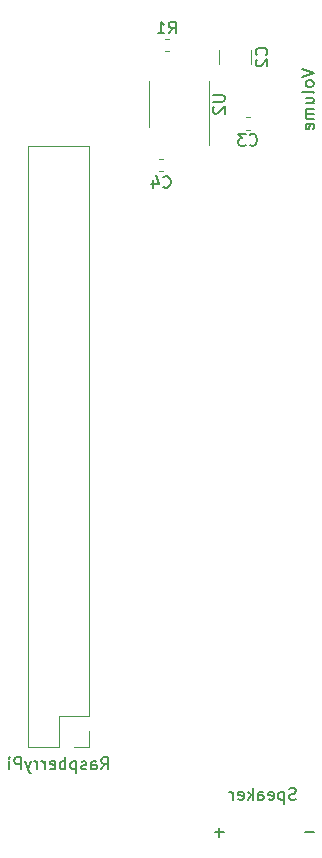
<source format=gbo>
G04 #@! TF.GenerationSoftware,KiCad,Pcbnew,(5.1.5-0-10_14)*
G04 #@! TF.CreationDate,2019-12-11T23:03:34+09:00*
G04 #@! TF.ProjectId,RPiWD_Main,52506957-445f-44d6-9169-6e2e6b696361,rev?*
G04 #@! TF.SameCoordinates,Original*
G04 #@! TF.FileFunction,Legend,Bot*
G04 #@! TF.FilePolarity,Positive*
%FSLAX46Y46*%
G04 Gerber Fmt 4.6, Leading zero omitted, Abs format (unit mm)*
G04 Created by KiCad (PCBNEW (5.1.5-0-10_14)) date 2019-12-11 23:03:34*
%MOMM*%
%LPD*%
G04 APERTURE LIST*
%ADD10C,0.120000*%
%ADD11C,0.150000*%
G04 APERTURE END LIST*
D10*
X164326400Y-65169364D02*
X164326400Y-63965236D01*
X161606400Y-65169364D02*
X161606400Y-63965236D01*
X163861933Y-70705000D02*
X164204467Y-70705000D01*
X163861933Y-69685000D02*
X164204467Y-69685000D01*
X156903267Y-74184800D02*
X156560733Y-74184800D01*
X156903267Y-73164800D02*
X156560733Y-73164800D01*
X145430000Y-122980200D02*
X148030000Y-122980200D01*
X145430000Y-122980200D02*
X145430000Y-72060200D01*
X145430000Y-72060200D02*
X150630000Y-72060200D01*
X150630000Y-120380200D02*
X150630000Y-72060200D01*
X148030000Y-120380200D02*
X150630000Y-120380200D01*
X148030000Y-122980200D02*
X148030000Y-120380200D01*
X150630000Y-122980200D02*
X150630000Y-121650200D01*
X149300000Y-122980200D02*
X150630000Y-122980200D01*
X157371867Y-63030200D02*
X157029333Y-63030200D01*
X157371867Y-64050200D02*
X157029333Y-64050200D01*
X155682000Y-68544000D02*
X155682000Y-66594000D01*
X155682000Y-68544000D02*
X155682000Y-70494000D01*
X160802000Y-68544000D02*
X160802000Y-66594000D01*
X160802000Y-68544000D02*
X160802000Y-71994000D01*
D11*
X168115904Y-127404761D02*
X167973047Y-127452380D01*
X167734952Y-127452380D01*
X167639714Y-127404761D01*
X167592095Y-127357142D01*
X167544476Y-127261904D01*
X167544476Y-127166666D01*
X167592095Y-127071428D01*
X167639714Y-127023809D01*
X167734952Y-126976190D01*
X167925428Y-126928571D01*
X168020666Y-126880952D01*
X168068285Y-126833333D01*
X168115904Y-126738095D01*
X168115904Y-126642857D01*
X168068285Y-126547619D01*
X168020666Y-126500000D01*
X167925428Y-126452380D01*
X167687333Y-126452380D01*
X167544476Y-126500000D01*
X167115904Y-126785714D02*
X167115904Y-127785714D01*
X167115904Y-126833333D02*
X167020666Y-126785714D01*
X166830190Y-126785714D01*
X166734952Y-126833333D01*
X166687333Y-126880952D01*
X166639714Y-126976190D01*
X166639714Y-127261904D01*
X166687333Y-127357142D01*
X166734952Y-127404761D01*
X166830190Y-127452380D01*
X167020666Y-127452380D01*
X167115904Y-127404761D01*
X165830190Y-127404761D02*
X165925428Y-127452380D01*
X166115904Y-127452380D01*
X166211142Y-127404761D01*
X166258761Y-127309523D01*
X166258761Y-126928571D01*
X166211142Y-126833333D01*
X166115904Y-126785714D01*
X165925428Y-126785714D01*
X165830190Y-126833333D01*
X165782571Y-126928571D01*
X165782571Y-127023809D01*
X166258761Y-127119047D01*
X164925428Y-127452380D02*
X164925428Y-126928571D01*
X164973047Y-126833333D01*
X165068285Y-126785714D01*
X165258761Y-126785714D01*
X165354000Y-126833333D01*
X164925428Y-127404761D02*
X165020666Y-127452380D01*
X165258761Y-127452380D01*
X165354000Y-127404761D01*
X165401619Y-127309523D01*
X165401619Y-127214285D01*
X165354000Y-127119047D01*
X165258761Y-127071428D01*
X165020666Y-127071428D01*
X164925428Y-127023809D01*
X164449238Y-127452380D02*
X164449238Y-126452380D01*
X164354000Y-127071428D02*
X164068285Y-127452380D01*
X164068285Y-126785714D02*
X164449238Y-127166666D01*
X163258761Y-127404761D02*
X163354000Y-127452380D01*
X163544476Y-127452380D01*
X163639714Y-127404761D01*
X163687333Y-127309523D01*
X163687333Y-126928571D01*
X163639714Y-126833333D01*
X163544476Y-126785714D01*
X163354000Y-126785714D01*
X163258761Y-126833333D01*
X163211142Y-126928571D01*
X163211142Y-127023809D01*
X163687333Y-127119047D01*
X162782571Y-127452380D02*
X162782571Y-126785714D01*
X162782571Y-126976190D02*
X162734952Y-126880952D01*
X162687333Y-126833333D01*
X162592095Y-126785714D01*
X162496857Y-126785714D01*
X169646552Y-130197728D02*
X168884647Y-130197728D01*
X162026552Y-130197728D02*
X161264647Y-130197728D01*
X161645600Y-130578680D02*
X161645600Y-129816776D01*
X165603542Y-64400633D02*
X165651161Y-64353014D01*
X165698780Y-64210157D01*
X165698780Y-64114919D01*
X165651161Y-63972061D01*
X165555923Y-63876823D01*
X165460685Y-63829204D01*
X165270209Y-63781585D01*
X165127352Y-63781585D01*
X164936876Y-63829204D01*
X164841638Y-63876823D01*
X164746400Y-63972061D01*
X164698780Y-64114919D01*
X164698780Y-64210157D01*
X164746400Y-64353014D01*
X164794019Y-64400633D01*
X164794019Y-64781585D02*
X164746400Y-64829204D01*
X164698780Y-64924442D01*
X164698780Y-65162538D01*
X164746400Y-65257776D01*
X164794019Y-65305395D01*
X164889257Y-65353014D01*
X164984495Y-65353014D01*
X165127352Y-65305395D01*
X165698780Y-64733966D01*
X165698780Y-65353014D01*
X164199866Y-71982142D02*
X164247485Y-72029761D01*
X164390342Y-72077380D01*
X164485580Y-72077380D01*
X164628438Y-72029761D01*
X164723676Y-71934523D01*
X164771295Y-71839285D01*
X164818914Y-71648809D01*
X164818914Y-71505952D01*
X164771295Y-71315476D01*
X164723676Y-71220238D01*
X164628438Y-71125000D01*
X164485580Y-71077380D01*
X164390342Y-71077380D01*
X164247485Y-71125000D01*
X164199866Y-71172619D01*
X163866533Y-71077380D02*
X163247485Y-71077380D01*
X163580819Y-71458333D01*
X163437961Y-71458333D01*
X163342723Y-71505952D01*
X163295104Y-71553571D01*
X163247485Y-71648809D01*
X163247485Y-71886904D01*
X163295104Y-71982142D01*
X163342723Y-72029761D01*
X163437961Y-72077380D01*
X163723676Y-72077380D01*
X163818914Y-72029761D01*
X163866533Y-71982142D01*
X156884666Y-75541142D02*
X156932285Y-75588761D01*
X157075142Y-75636380D01*
X157170380Y-75636380D01*
X157313238Y-75588761D01*
X157408476Y-75493523D01*
X157456095Y-75398285D01*
X157503714Y-75207809D01*
X157503714Y-75064952D01*
X157456095Y-74874476D01*
X157408476Y-74779238D01*
X157313238Y-74684000D01*
X157170380Y-74636380D01*
X157075142Y-74636380D01*
X156932285Y-74684000D01*
X156884666Y-74731619D01*
X156027523Y-74969714D02*
X156027523Y-75636380D01*
X156265619Y-74588761D02*
X156503714Y-75303047D01*
X155884666Y-75303047D01*
X151649047Y-124872580D02*
X151982380Y-124396390D01*
X152220476Y-124872580D02*
X152220476Y-123872580D01*
X151839523Y-123872580D01*
X151744285Y-123920200D01*
X151696666Y-123967819D01*
X151649047Y-124063057D01*
X151649047Y-124205914D01*
X151696666Y-124301152D01*
X151744285Y-124348771D01*
X151839523Y-124396390D01*
X152220476Y-124396390D01*
X150791904Y-124872580D02*
X150791904Y-124348771D01*
X150839523Y-124253533D01*
X150934761Y-124205914D01*
X151125238Y-124205914D01*
X151220476Y-124253533D01*
X150791904Y-124824961D02*
X150887142Y-124872580D01*
X151125238Y-124872580D01*
X151220476Y-124824961D01*
X151268095Y-124729723D01*
X151268095Y-124634485D01*
X151220476Y-124539247D01*
X151125238Y-124491628D01*
X150887142Y-124491628D01*
X150791904Y-124444009D01*
X150363333Y-124824961D02*
X150268095Y-124872580D01*
X150077619Y-124872580D01*
X149982380Y-124824961D01*
X149934761Y-124729723D01*
X149934761Y-124682104D01*
X149982380Y-124586866D01*
X150077619Y-124539247D01*
X150220476Y-124539247D01*
X150315714Y-124491628D01*
X150363333Y-124396390D01*
X150363333Y-124348771D01*
X150315714Y-124253533D01*
X150220476Y-124205914D01*
X150077619Y-124205914D01*
X149982380Y-124253533D01*
X149506190Y-124205914D02*
X149506190Y-125205914D01*
X149506190Y-124253533D02*
X149410952Y-124205914D01*
X149220476Y-124205914D01*
X149125238Y-124253533D01*
X149077619Y-124301152D01*
X149030000Y-124396390D01*
X149030000Y-124682104D01*
X149077619Y-124777342D01*
X149125238Y-124824961D01*
X149220476Y-124872580D01*
X149410952Y-124872580D01*
X149506190Y-124824961D01*
X148601428Y-124872580D02*
X148601428Y-123872580D01*
X148601428Y-124253533D02*
X148506190Y-124205914D01*
X148315714Y-124205914D01*
X148220476Y-124253533D01*
X148172857Y-124301152D01*
X148125238Y-124396390D01*
X148125238Y-124682104D01*
X148172857Y-124777342D01*
X148220476Y-124824961D01*
X148315714Y-124872580D01*
X148506190Y-124872580D01*
X148601428Y-124824961D01*
X147315714Y-124824961D02*
X147410952Y-124872580D01*
X147601428Y-124872580D01*
X147696666Y-124824961D01*
X147744285Y-124729723D01*
X147744285Y-124348771D01*
X147696666Y-124253533D01*
X147601428Y-124205914D01*
X147410952Y-124205914D01*
X147315714Y-124253533D01*
X147268095Y-124348771D01*
X147268095Y-124444009D01*
X147744285Y-124539247D01*
X146839523Y-124872580D02*
X146839523Y-124205914D01*
X146839523Y-124396390D02*
X146791904Y-124301152D01*
X146744285Y-124253533D01*
X146649047Y-124205914D01*
X146553809Y-124205914D01*
X146220476Y-124872580D02*
X146220476Y-124205914D01*
X146220476Y-124396390D02*
X146172857Y-124301152D01*
X146125238Y-124253533D01*
X146030000Y-124205914D01*
X145934761Y-124205914D01*
X145696666Y-124205914D02*
X145458571Y-124872580D01*
X145220476Y-124205914D02*
X145458571Y-124872580D01*
X145553809Y-125110676D01*
X145601428Y-125158295D01*
X145696666Y-125205914D01*
X144839523Y-124872580D02*
X144839523Y-123872580D01*
X144458571Y-123872580D01*
X144363333Y-123920200D01*
X144315714Y-123967819D01*
X144268095Y-124063057D01*
X144268095Y-124205914D01*
X144315714Y-124301152D01*
X144363333Y-124348771D01*
X144458571Y-124396390D01*
X144839523Y-124396390D01*
X143839523Y-124872580D02*
X143839523Y-124205914D01*
X143839523Y-123872580D02*
X143887142Y-123920200D01*
X143839523Y-123967819D01*
X143791904Y-123920200D01*
X143839523Y-123872580D01*
X143839523Y-123967819D01*
X157367266Y-62562580D02*
X157700600Y-62086390D01*
X157938695Y-62562580D02*
X157938695Y-61562580D01*
X157557742Y-61562580D01*
X157462504Y-61610200D01*
X157414885Y-61657819D01*
X157367266Y-61753057D01*
X157367266Y-61895914D01*
X157414885Y-61991152D01*
X157462504Y-62038771D01*
X157557742Y-62086390D01*
X157938695Y-62086390D01*
X156414885Y-62562580D02*
X156986314Y-62562580D01*
X156700600Y-62562580D02*
X156700600Y-61562580D01*
X156795838Y-61705438D01*
X156891076Y-61800676D01*
X156986314Y-61848295D01*
X168616380Y-65599761D02*
X169616380Y-65933095D01*
X168616380Y-66266428D01*
X169616380Y-66742619D02*
X169568761Y-66647380D01*
X169521142Y-66599761D01*
X169425904Y-66552142D01*
X169140190Y-66552142D01*
X169044952Y-66599761D01*
X168997333Y-66647380D01*
X168949714Y-66742619D01*
X168949714Y-66885476D01*
X168997333Y-66980714D01*
X169044952Y-67028333D01*
X169140190Y-67075952D01*
X169425904Y-67075952D01*
X169521142Y-67028333D01*
X169568761Y-66980714D01*
X169616380Y-66885476D01*
X169616380Y-66742619D01*
X169616380Y-67647380D02*
X169568761Y-67552142D01*
X169473523Y-67504523D01*
X168616380Y-67504523D01*
X168949714Y-68456904D02*
X169616380Y-68456904D01*
X168949714Y-68028333D02*
X169473523Y-68028333D01*
X169568761Y-68075952D01*
X169616380Y-68171190D01*
X169616380Y-68314047D01*
X169568761Y-68409285D01*
X169521142Y-68456904D01*
X169616380Y-68933095D02*
X168949714Y-68933095D01*
X169044952Y-68933095D02*
X168997333Y-68980714D01*
X168949714Y-69075952D01*
X168949714Y-69218809D01*
X168997333Y-69314047D01*
X169092571Y-69361666D01*
X169616380Y-69361666D01*
X169092571Y-69361666D02*
X168997333Y-69409285D01*
X168949714Y-69504523D01*
X168949714Y-69647380D01*
X168997333Y-69742619D01*
X169092571Y-69790238D01*
X169616380Y-69790238D01*
X169568761Y-70647380D02*
X169616380Y-70552142D01*
X169616380Y-70361666D01*
X169568761Y-70266428D01*
X169473523Y-70218809D01*
X169092571Y-70218809D01*
X168997333Y-70266428D01*
X168949714Y-70361666D01*
X168949714Y-70552142D01*
X168997333Y-70647380D01*
X169092571Y-70695000D01*
X169187809Y-70695000D01*
X169283047Y-70218809D01*
X161094380Y-67782095D02*
X161903904Y-67782095D01*
X161999142Y-67829714D01*
X162046761Y-67877333D01*
X162094380Y-67972571D01*
X162094380Y-68163047D01*
X162046761Y-68258285D01*
X161999142Y-68305904D01*
X161903904Y-68353523D01*
X161094380Y-68353523D01*
X161189619Y-68782095D02*
X161142000Y-68829714D01*
X161094380Y-68924952D01*
X161094380Y-69163047D01*
X161142000Y-69258285D01*
X161189619Y-69305904D01*
X161284857Y-69353523D01*
X161380095Y-69353523D01*
X161522952Y-69305904D01*
X162094380Y-68734476D01*
X162094380Y-69353523D01*
M02*

</source>
